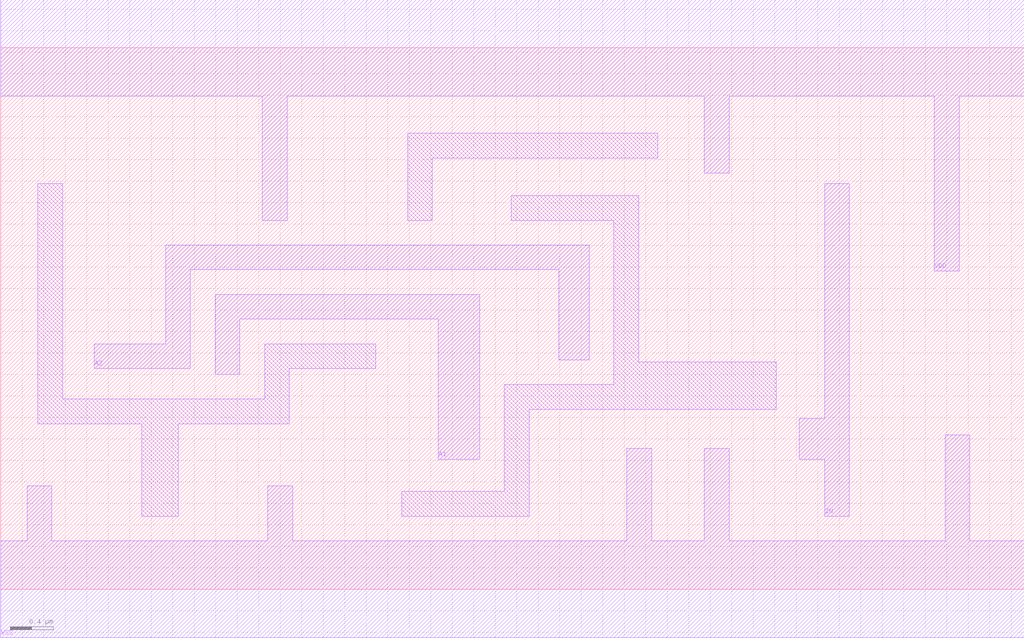
<source format=lef>
# Copyright 2022 GlobalFoundries PDK Authors
#
# Licensed under the Apache License, Version 2.0 (the "License");
# you may not use this file except in compliance with the License.
# You may obtain a copy of the License at
#
#      http://www.apache.org/licenses/LICENSE-2.0
#
# Unless required by applicable law or agreed to in writing, software
# distributed under the License is distributed on an "AS IS" BASIS,
# WITHOUT WARRANTIES OR CONDITIONS OF ANY KIND, either express or implied.
# See the License for the specific language governing permissions and
# limitations under the License.

MACRO gf180mcu_fd_sc_mcu9t5v0__xnor2_2
  CLASS core ;
  FOREIGN gf180mcu_fd_sc_mcu9t5v0__xnor2_2 0.0 0.0 ;
  ORIGIN 0 0 ;
  SYMMETRY X Y ;
  SITE GF018hv5v_green_sc9 ;
  SIZE 9.52 BY 5.04 ;
  PIN A1
    DIRECTION INPUT ;
    ANTENNAGATEAREA 2.5605 ;
    PORT
      LAYER Metal1 ;
        POLYGON 1.995 2 2.225 2 2.225 2.515 3.49 2.515 4.07 2.515 4.07 1.21 4.455 1.21 4.455 2.745 3.49 2.745 1.995 2.745  ;
    END
  END A1
  PIN A2
    DIRECTION INPUT ;
    ANTENNAGATEAREA 2.5605 ;
    PORT
      LAYER Metal1 ;
        POLYGON 0.87 2.055 1.765 2.055 1.765 2.975 3.49 2.975 5.19 2.975 5.19 2.135 5.475 2.135 5.475 3.205 3.49 3.205 1.535 3.205 1.535 2.285 0.87 2.285  ;
    END
  END A2
  PIN ZN
    DIRECTION OUTPUT ;
    ANTENNADIFFAREA 1.821 ;
    PORT
      LAYER Metal1 ;
        POLYGON 7.43 1.21 7.665 1.21 7.665 0.68 7.895 0.68 7.895 3.775 7.665 3.775 7.665 1.59 7.43 1.59  ;
    END
  END ZN
  PIN VDD
    DIRECTION INOUT ;
    USE power ;
    SHAPE ABUTMENT ;
    PORT
      LAYER Metal1 ;
        POLYGON 0 4.59 2.435 4.59 2.435 3.435 2.665 3.435 2.665 4.59 3.49 4.59 6.11 4.59 6.545 4.59 6.545 3.875 6.775 3.875 6.775 4.59 7.215 4.59 8.685 4.59 8.685 2.965 8.915 2.965 8.915 4.59 9.52 4.59 9.52 5.49 7.215 5.49 6.11 5.49 3.49 5.49 0 5.49  ;
    END
  END VDD
  PIN VSS
    DIRECTION INOUT ;
    USE ground ;
    SHAPE ABUTMENT ;
    PORT
      LAYER Metal1 ;
        POLYGON 0 -0.45 9.52 -0.45 9.52 0.45 9.015 0.45 9.015 1.435 8.785 1.435 8.785 0.45 6.775 0.45 6.775 1.31 6.545 1.31 6.545 0.45 6.055 0.45 6.055 1.31 5.825 1.31 5.825 0.45 2.715 0.45 2.715 0.965 2.485 0.965 2.485 0.45 0.475 0.45 0.475 0.965 0.245 0.965 0.245 0.45 0 0.45  ;
    END
  END VSS
  OBS
      LAYER Metal1 ;
        POLYGON 0.345 1.54 1.31 1.54 1.31 0.68 1.65 0.68 1.65 1.54 2.685 1.54 2.685 2.055 3.49 2.055 3.49 2.285 2.455 2.285 2.455 1.77 0.575 1.77 0.575 3.775 0.345 3.775  ;
        POLYGON 3.785 3.435 4.015 3.435 4.015 4.015 6.11 4.015 6.11 4.245 3.785 4.245  ;
        POLYGON 4.75 3.435 5.705 3.435 5.705 1.905 4.685 1.905 4.685 0.91 3.73 0.91 3.73 0.68 4.915 0.68 4.915 1.675 7.215 1.675 7.215 2.115 5.935 2.115 5.935 3.665 4.75 3.665  ;
  END
END gf180mcu_fd_sc_mcu9t5v0__xnor2_2

</source>
